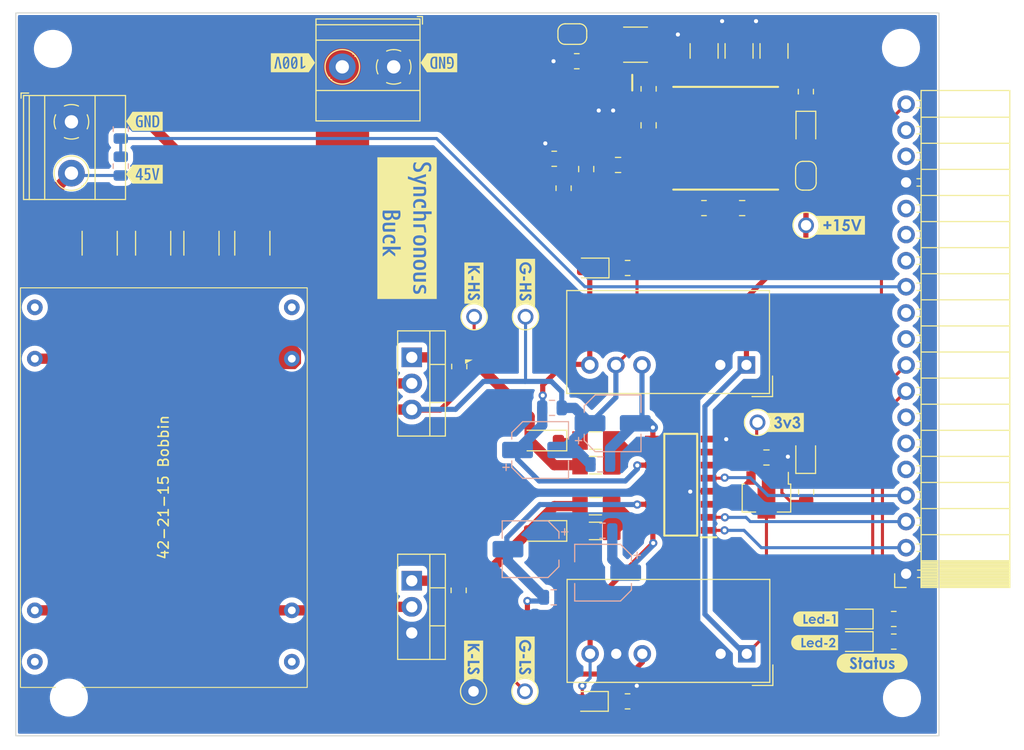
<source format=kicad_pcb>
(kicad_pcb (version 20240108) (generator "pcbnew") (generator_version "8.0")
  (layers (0 "F.Cu" signal) (31 "B.Cu" signal) (34 "B.Paste" user) (35 "F.Paste" user) (36 "B.SilkS" user "B.Silkscreen") (37 "F.SilkS" user "F.Silkscreen") (38 "B.Mask" user) (39 "F.Mask" user) (44 "Edge.Cuts" user))
  (net 0 "")
  (net 1 "Net-(J2-Pin_2)")
  (net 2 "iso2-0V")
  (net 3 "Net-(IC2-BST)")
  (net 4 "+3.3V")
  (net 5 "iso2+15V")
  (net 6 "iso2-5V")
  (net 7 "iso1-5V")
  (net 8 "iso1-0V")
  (net 9 "iso1+15V")
  (net 10 "Net-(D1-K)")
  (net 11 "Gate1")
  (net 12 "Net-(D2-K)")
  (net 13 "Gate2")
  (net 14 "Net-(D3-K)")
  (net 15 "Net-(D4-K)")
  (net 16 "Net-(D5-K)")
  (net 17 "PWM1")
  (net 18 "PWM2")
  (net 19 "Disable")
  (net 22 "Net-(IC1-OUTB)")
  (net 25 "Net-(IC1-OUTA)")
  (net 26 "Net-(C10-Pad1)")
  (net 27 "Net-(IC2-FB)")
  (net 28 "Net-(IC2-RT)")
  (net 30 "100V")
  (net 31 "Vout-sense")
  (net 34 "Net-(D6-K)")
  (net 35 "Status-LED-1")
  (net 42 "/auxiliary circuit/Vsw")
  (net 45 "Net-(Csnub1-Pad2)")
  (net 46 "Net-(D7-K)")
  (net 47 "Status-LED-2")
  (net 48 "+15V")
  (net 49 "Net-(D8-K)")
  (net 50 "Net-(IC2-EN{slash}UVLO)")
  (net 51 "Net-(JP2-B)")
  (footprint "LED_SMD:LED_0805_2012Metric" (layer "F.Cu") (at 196.6 126.4 180)
    (property "Reference" "D6" (hide yes))
    (property "Value" "LED")
  )
  (footprint "Capacitor_SMD:C_0805_2012Metric" (layer "F.Cu") (at 173.48 82.2 180)
    (property "Reference" "Cbst1" (hide yes))
    (property "Value" "2.2nF")
  )
  (footprint "Resistor_SMD:R_MiniMELF_MMA-0204" (layer "F.Cu") (at 171.2775 111.4275 180)
    (property "Reference" "R5" (hide yes))
    (property "Value" "15")
  )
  (footprint "Package_TO_SOT_THT:TO-220-3_Vertical" (layer "F.Cu") (at 153.40806 100.93 -90)
    (property "Reference" "Q1" (hide yes))
    (property "Value" "IPP50R280CE")
  )
  (footprint "Resistor_SMD:R_MiniMELF_MMA-0204" (layer "F.Cu") (at 171.2775 109.0275 180)
    (property "Reference" "R2" (hide yes))
    (property "Value" "5.1")
  )
  (footprint "5001 tp:KEYSTONE_5001" (layer "F.Cu") (at 159.47806 96.98 90)
    (property "Reference" "TP1" (hide yes))
    (property "Value" "Gate-HS")
  )
  (footprint "Resistor_SMD:R_0805_2012Metric" (layer "F.Cu") (at 158.03 101.82 -90)
    (property "Reference" "R3" (hide yes))
    (property "Value" "100k")
  )
  (footprint "TerminalBlock_Phoenix:TerminalBlock_Phoenix_MKDS-1,5-2_1x02_P5.00mm_Horizontal" (layer "F.Cu") (at 120.3 78 -90)
    (property "Reference" "J2" (hide yes))
    (property "Value" "output")
  )
  (footprint "kibuzzard-65CA6899" (layer "F.Cu") (at 198.2 130.7)
    (property "Reference" "kibuzzard-65CA6899" (hide yes))
    (property "Value" "G***" (hide yes))
  )
  (footprint "kibuzzard-65F43C21" (layer "F.Cu") (at 152.95 88.35 -90)
    (property "Reference" "kibuzzard-65F43C21" (hide yes))
    (property "Value" "G***" (hide yes))
  )
  (footprint "SRR1050HA-271Y-inductor:INDPM102100X510N" (layer "F.Cu") (at 183.95 79.6)
    (property "Reference" "L2" (hide yes))
    (property "Value" "270uH" (hide yes))
  )
  (footprint "Capacitor_SMD:C_0805_2012Metric" (layer "F.Cu") (at 185.55 86.4 180)
    (property "Reference" "C9" (hide yes))
    (property "Value" "3.3nF")
  )
  (footprint "Capacitor_SMD:C_1812_4532Metric" (layer "F.Cu") (at 137.9 89.8175 90)
    (property "Reference" "C4" (hide yes))
    (property "Value" "0.68uF/100V")
  )
  (footprint "Capacitor_SMD:C_1210_3225Metric" (layer "F.Cu") (at 181.85 71.1 90)
    (property "Reference" "Cout1" (hide yes))
    (property "Value" "33uF")
  )
  (footprint "custom parts:42-21-15 bobbin" (layer "F.Cu") (at 143.24 133.06 90)
    (property "Reference" "L1" (hide yes))
    (property "Value" "1.17mH")
  )
  (footprint "Capacitor_SMD:C_0805_2012Metric" (layer "F.Cu") (at 176.45 78.34 90)
    (property "Reference" "Csnub1" (hide yes))
    (property "Value" "2.2nF")
  )
  (footprint "kibuzzard-65F4406D" (layer "F.Cu") (at 146.55 116.5 -90)
    (property "Reference" "kibuzzard-65F4406D" (hide yes))
    (property "Value" "G***" (hide yes))
  )
  (footprint "Capacitor_SMD:C_1812_4532Metric" (layer "F.Cu") (at 128.25 89.8175 90)
    (property "Reference" "C2" (hide yes))
    (property "Value" "0.68uF/100V")
  )
  (footprint "LED_SMD:LED_0805_2012Metric" (layer "F.Cu") (at 170.91 92.23 180)
    (property "Reference" "D4" (hide yes))
    (property "Value" "LED")
  )
  (footprint "LED_SMD:LED_0805_2012Metric" (layer "F.Cu") (at 191.75 78.6625 -90)
    (property "Reference" "D8" (hide yes))
    (property "Value" "LED")
  )
  (footprint "MountingHole:MountingHole_3.2mm_M3" (layer "F.Cu") (at 201.1 134.1)
    (property "Reference" "H2" (hide yes))
    (property "Value" "MountingHole")
  )
  (footprint "MountingHole:MountingHole_3.2mm_M3" (layer "F.Cu") (at 118.5 70.9)
    (property "Reference" "H3" (hide yes))
    (property "Value" "MountingHole")
  )
  (footprint "Capacitor_SMD:C_1812_4532Metric" (layer "F.Cu") (at 175.18 70.49)
    (property "Reference" "Cin1" (hide yes))
    (property "Value" "1uF")
  )
  (footprint "5001 tp:KEYSTONE_5001" (layer "F.Cu") (at 187.044677 107.263519)
    (property "Reference" "TP7" (hide yes))
    (property "Value" "3v3")
  )
  (footprint "LM5169PQDDARQ1:SOIC127P600X170-9N" (layer "F.Cu") (at 172.28 76.9 -90)
    (property "Reference" "IC2" (hide yes))
    (property "Value" "LM5169PQDDARQ1" (hide yes))
  )
  (footprint "Resistor_SMD:R_0805_2012Metric" (layer "F.Cu") (at 200.3 128.6 180)
    (property "Reference" "R14" (hide yes))
    (property "Value" "68")
  )
  (footprint "kibuzzard-65CA6838" (layer "F.Cu") (at 164.47806 93.54 -90)
    (property "Reference" "kibuzzard-65CA6838" (hide yes))
    (property "Value" "G***" (hide yes))
  )
  (footprint "Resistor_SMD:R_0805_2012Metric" (layer "F.Cu") (at 191.75 75.0625 -90)
    (property "Reference" "R15" (hide yes))
    (property "Value" "650")
  )
  (footprint "Capacitor_SMD:C_1812_4532Metric" (layer "F.Cu") (at 132.95 89.8175 90)
    (property "Reference" "C3" (hide yes))
    (property "Value" "0.68uF/100V")
  )
  (footprint "Resistor_SMD:R_0805_2012Metric" (layer "F.Cu") (at 174.4025 134.42 180)
    (property "Reference" "R11" (hide yes))
    (property "Value" "1.5k")
  )
  (footprint "Connector_PinSocket_2.54mm:PinSocket_1x19_P2.54mm_Horizontal" (layer "F.Cu") (at 201.5 122 180)
    (property "Reference" "J4" (hide yes))
    (property "Value" "RP2040 connector")
  )
  (footprint "Package_TO_SOT_SMD:SOT-89-3" (layer "F.Cu") (at 187.915 114.6275 -90)
    (property "Reference" "U4" (hide yes))
    (property "Value" "3.3V reg")
  )
  (footprint "kibuzzard-65CA6750" (layer "F.Cu") (at 159.423925 130.31 -90)
    (property "Reference" "kibuzzard-65CA6750" (hide yes))
    (property "Value" "G***" (hide yes))
  )
  (footprint "Resistor_SMD:R_0805_2012Metric" (layer "F.Cu") (at 176.45 74.79 90)
    (property "Reference" "Rsnub1" (hide yes))
    (property "Value" "1")
  )
  (footprint "kibuzzard-65F43C74" (layer "F.Cu") (at 156.05 72.25 180)
    (property "Reference" "kibuzzard-65F43C74" (hide yes))
    (property "Value" "G***" (hide yes))
  )
  (footprint "Resistor_SMD:R_0805_2012Metric" (layer "F.Cu") (at 191.7775 114.04 90)
    (property "Reference" "R9" (hide yes))
    (property "Value" "110")
  )
  (footprint "MountingHole:MountingHole_3.2mm_M3" (layer "F.Cu") (at 201 70.8)
    (property "Reference" "H4" (hide yes))
    (property "Value" "MountingHole")
  )
  (footprint "LED_SMD:LED_0805_2012Metric" (layer "F.Cu") (at 196.6 128.6 180)
    (property "Reference" "D7" (hide yes))
    (property "Value" "LED")
  )
  (footprint "Resistor_SMD:R_0805_2012Metric" (layer "F.Cu") (at 157.97 123.61 -90)
    (property "Reference" "R4" (hide yes))
    (property "Value" "100k")
  )
  (footprint "kibuzzard-65CA68FA" (layer "F.Cu") (at 192.7 126.4)
    (property "Reference" "kibuzzard-65CA68FA" (hide yes))
    (property "Value" "G***" (hide yes))
  )
  (footprint "LED_SMD:LED_0805_2012Metric" (layer "F.Cu") (at 170.84 134.42 180)
    (property "Reference" "D5" (hide yes))
    (property "Value" "LED")
  )
  (footprint "kibuzzard-65F44031" (layer "F.Cu") (at 146.55 88.35 -90)
    (property "Reference" "kibuzzard-65F44031" (hide yes))
    (property "Value" "G***" (hide yes))
  )
  (footprint "Resistor_SMD:R_0805_2012Metric" (layer "F.Cu") (at 181.8375 86.4)
    (property "Reference" "R13" (hide yes))
    (property "Value" "383k")
  )
  (footprint "Jumper:SolderJumper-2_P1.3mm_Open_RoundedPad1.0x1.5mm" (layer "F.Cu") (at 191.75 83.25 -90)
    (property "Reference" "JP2" (hide yes))
    (property "Value" "jumper")
  )
  (footprint "LED_SMD:LED_0805_2012Metric" (layer "F.Cu") (at 191.7325 110.5425 90)
    (property "Reference" "D3" (hide yes))
    (property "Value" "LED")
  )
  (footprint "kibuzzard-65CA6608" (layer "F.Cu") (at 195.31 88.07469)
    (property "Reference" "kibuzzard-65CA6608" (hide yes))
    (property "Value" "G***" (hide yes))
  )
  (footprint "kibuzzard-65CA6927" (layer "F.Cu") (at 192.6 128.7)
    (property "Reference" "kibuzzard-65CA6927" (hide yes))
    (property "Value" "G***" (hide yes))
  )
  (footprint "kibuzzard-65F43CF3" (layer "F.Cu") (at 127.4 77.95)
    (property "Reference" "kibuzzard-65F43CF3" (hide yes))
    (property "Value" "G***" (hide yes))
  )
  (footprint "Resistor_SMD:R_0805_2012Metric" (layer "F.Cu") (at 200.3 126.4 180)
    (property "Reference" "R12" (hide yes))
    (property "Value" "68")
  )
  (footprint "Capacitor_SMD:C_1210_3225Metric" (layer "F.Cu") (at 185.25 71.1 90)
    (property "Reference" "Cout3" (hide yes))
    (property "Value" "33uF")
  )
  (footprint "Converter_DCDC:Converter_DCDC_Murata_MGJ2DxxxxxxSC_THT" (layer "F.Cu") (at 185.9675 101.6675 180)
    (property "Reference" "U1" (hide yes))
    (property "Value" "MGJ2D151505SC")
  )
  (footprint "Resistor_SMD:R_0805_2012Metric" (layer "F.Cu") (at 174.41 92.23 180)
    (property "Reference" "R10" (hide yes))
    (property "Value" "1.5k")
  )
  (footprint "Resistor_SMD:R_MiniMELF_MMA-0204" (layer "F.Cu") (at 171.2775 117.8275 180)
    (property "Reference" "R6" (hide yes))
    (property "Value" "5.1")
  )
  (footprint "Diode_SMD:D_SOD-123F" (layer "F.Cu") (at 166.2775 109.0275 180)
    (property "Reference" "D2" (hide yes))
    (property "Value" "RBR3MM30ATR")
  )
  (footprint "2EDF7275FXUMA2:SOIC127P600X175-16N" (layer "F.Cu") (at 179.5775 113.3275 180)
    (property "Reference" "IC1" (hide yes))
    (property "Value" "2EDF7275FXUMA2" (hide yes))
  )
  (footprint "Capacitor_SMD:C_0805_2012Metric" (layer "F.Cu") (at 170.38 82.6 90)
    (property "Reference" "C10" (hide yes))
    (property "Value" "56pF")
  )
  (footprint "5001 tp:KEYSTONE_5001" (layer "F.Cu") (at 164.42 133.44)
    (property "Reference" "TP2" (hide yes))
    (property "Value" "Gate-LS")
  )
  (footprint "Capacitor_SMD:C_0805_2012Metric" (layer "F.Cu") (at 187.915 110.6775)
    (property "Reference" "C11" (hide yes))
    (property "Value" "0.1uF")
  )
  (footprint "Capacitor_SMD:C_1210_3225Metric" (layer "F.Cu") (at 188.65 71.1 90)
    (property "Reference" "Cout2" (hide yes))
    (property "Value" "33uF")
  )
  (footprint "Resistor_SMD:R_0805_2012Metric" (layer "F.Cu") (at 169.4625 72.1 180)
    (property "Reference" "RT1" (hide yes))
    (property "Value" "75k")
  )
  (footprint "Resistor_SMD:R_0805_2012Metric" (layer "F.Cu") (at 167.2675 81.6 180)
    (property "Reference" "Rf2" (hide yes))
    (property "Value" "39.2k")
  )
  (footprint "MountingHole:MountingHole_3.2mm_M3" (layer "F.Cu") (at 120.05 134.05)
    (property "Reference" "H1" (hide yes))
    (property "Value" "MountingHole")
  )
  (footprint "5001 tp:KEYSTONE_5001" (layer "F.Cu") (at 159.42 133.44)
    (property "Reference" "TP4" (hide yes))
    (property "Value" "Source-LS")
  )
  (footprint "Diode_SMD:D_SOD-123F" (layer "F.Cu") (at 166.2775 117.8275 180)
    (property "Reference" "D1" (hide yes))
    (property "Value" "RBR3MM30ATR")
  )
  (footprint "Package_TO_SOT_THT:TO-220-3_Vertical" (layer "F.Cu") (at 153.40806 122.675 -90)
    (property "Reference" "Q2" (hide yes))
    (property "Value" "IPP50R280CE")
  )
  (footprint "Capacitor_SMD:C_1812_4532Metric" (layer "F.Cu") (at 123.05 89.8175 90)
    (property "Reference" "C1" (hide yes))
    (property "Value" "0.68uF/100V")
  )
  (footprint "Converter_DCDC:Converter_DCDC_Murata_MGJ2DxxxxxxSC_THT" (layer "F.Cu") (at 186 129.79 180)
    (property "Reference" "U2" (hide yes))
    (property "Value" "MGJ2D151505SC")
  )
  (footprint "kibuzzard-65F43C4A" (layer "F.Cu") (at 141.85 72.25 180)
    (property "Reference" "kibuzzard-65F43C4A" (hide yes))
    (property "Value" "G***" (hide yes))
  )
  (footprint "kibuzzard-65F43CE0" (layer "F.Cu") (at 127.4 83.1)
    (property "Reference" "kibuzzard-65F43CE0" (hide yes))
    (property "Value" "G***" (hide yes))
  )
  (footprint "kibuzzard-65CA6847" (layer "F.Cu") (at 159.45806 93.7 -90)
    (property "Reference" "kibuzzard-65CA6847" (hide yes))
    (property "Value" "G***" (hide yes))
  )
  (footprint "Resistor_SMD:R_0805_2012Metric" (layer "F.Cu") (at 168.18 84.4625 90)
    (property "Reference" "Rf1" (hide yes))
    (property "Value" "453k")
  )
  (footprint "TerminalBlock_Phoenix:TerminalBlock_Phoenix_MKDS-1,5-2_1x02_P5.00mm_Horizontal" (layer "F.Cu") (at 151.65 72.65 180)
    (property "Reference" "J1" (hide yes))
    (property "Value" "Conn_01x02_Socket")
  )
  (footprint "Jumper:SolderJumper-2_P1.3mm_Open_RoundedPad1.0x1.5mm" (layer "F.Cu") (at 169.03 69.46)
    (property "Reference" "JP1" (hide yes))
    (property "Value" "jumper")
  )
  (footprint "5001 tp:KEYSTONE_5001" (layer "F.Cu") (at 191.77 88.07469)
    (property "Reference" "TP6" (hide yes))
    (property "Value" "15V-aux")
  )
  (footprint "Resistor_SMD:R_MiniMELF_MMA-0204" (layer "F.Cu") (at 171.2775 115.4125 180)
    (property "Reference" "R1" (hide yes))
    (property "Value" "15")
  )
  (footprint "5001 tp:KEYSTONE_5001" (layer "F.Cu") (at 164.47806 96.98 90)
    (property "Reference" "TP3" (hide yes))
    (property "Value" "Source-HS")
  )
  (footprint "kibuzzard-65CA6684" (layer "F.Cu") (at 189.9375 107.2675)
    (property "Reference" "kibuzzard-65CA6684" (hide yes))
    (property "Value" "G***" (hide yes))
  )
  (footprint "kibuzzard-65CA6739" (layer "F.Cu") (at 164.44 130.12 -90)
    (property "Reference" "kibuzzard-65CA6739" (hide yes))
    (property "Value" "G***" (hide yes))
  )
  (footprint "Resistor_SMD:R_0805_2012Metric" (layer "B.Cu") (at 125.1 82.3125 90)
    (property "Reference" "R7" (hide yes))
    (property "Value" "20k/1%")
  )
  (footprint "Capacitor_SMD:CP_Elec_5x5.3" (layer "B.Cu") (at 165.8975 109.95)
    (property "Reference" "C18" (hide yes))
    (property "Value" "10uF/35V")
  )
  (footprint "Capacitor_SMD:C_0805_2012Metric" (layer "B.Cu") (at 167.22 124.29)
    (property "Reference" "C15" (hide yes))
    (property "Value" "1uF")
  )
  (footprint "Capacitor_SMD:CP_Elec_5x5.3" (layer "B.Cu") (at 164.9675 119.605 180)
    (property "Reference" "C13" (hide yes))
    (property "Value" "10uF/35V")
  )
  (footprint "Resistor_SMD:R_0805_2012Metric" (layer "B.Cu") (at 125.1 78.7125 90)
    (property "Reference" "R8" (hide yes))
    (property "Value" "20k/1%")
  )
  (footprint "Capacitor_SMD:CP_Elec_5x5.3" (layer "B.Cu") (at 172.02 121.89 180)
    (property "Reference" "C12" (hide yes))
    (property "Value" "10uF/35V")
  )
  (footprint "Capacitor_SMD:C_0805_2012Metric" (layer "B.Cu") (at 171.9675 117.805)
    (property "Reference" "C14" (hide yes))
    (property "Value" "1uF")
  )
  (footprint "Capacitor_SMD:C_0805_2012Metric" (layer "B.Cu") (at 167.05 105.85 180)
    (property "Reference" "C17" (hide yes))
    (property "Value" "1uF")
  )
  (footprint "Capacitor_SMD:CP_Elec_5x5.3" (layer "B.Cu") (at 172.95 107.35)
    (property "Reference" "C19" (hide yes))
    (property "Value" "10uF/35V")
  )
  (footprint "Capacitor_SMD:C_0805_2012Metric" (layer "B.Cu") (at 171.75 111.35 180)
    (property "Reference" "C16" (hide yes))
    (property "Value" "1uF")
  )
  (gr_poly (pts (xy 163.543165 95.68) (xy 163.543165 96.13) (xy 164.303165 95.71)) (stroke (width 0.001)) (fill solid) (layer "F.SilkS"))
  (gr_poly (pts (xy 158.59 101.12) (xy 158.59 101.57) (xy 159.35 101.15)) (stroke (width 0.001)) (fill solid) (layer "F.SilkS"))
  (gr_poly (pts (xy 188.3675 106.33847) (xy 187.9175 106.33847) (xy 188.3375 107.09847)) (stroke (width 0.001)) (fill solid) (layer "F.SilkS"))
  (gr_poly (pts (xy 163.51 132.1) (xy 163.51 132.55) (xy 164.27 132.13)) (stroke (width 0.001)) (fill solid) (layer "F.SilkS"))
  (gr_poly (pts (xy 158.494895 132.08) (xy 158.494895 132.53) (xy 159.254895 132.11)) (stroke (width 0.001)) (fill solid) (layer "F.SilkS"))
  (gr_poly (pts (xy 165.401225 95.67) (xy 165.401225 96.12) (xy 164.641225 95.7)) (stroke (width 0.001)) (fill solid) (layer "F.SilkS"))
  (gr_poly (pts (xy 193.19 87.16) (xy 192.64 87.16) (xy 192.97 87.64) (xy 193.01 88.06) (xy 193.28 88.08)) (stroke (width 0.001)) (fill solid) (layer "F.SilkS"))
  (gr_poly (pts (xy 188.3775 108.19653) (xy 187.9275 108.19653) (xy 188.3475 107.43653)) (stroke (width 0.001)) (fill solid) (layer "F.SilkS"))
  (gr_poly (pts (xy 193.14 88.98938) (xy 192.68 88.98938) (xy 193.07 88.16938) (xy 193.07 88.02938) (xy 193.22 88.03938)) (stroke (width 0.001)) (fill solid) (layer "F.SilkS"))
  (gr_poly (pts (xy 165.36806 132.09) (xy 165.36806 132.54) (xy 164.60806 132.12)) (stroke (width 0.001)) (fill solid) (layer "F.SilkS"))
  (gr_poly (pts (xy 160.352955 132.07) (xy 160.352955 132.52) (xy 159.592955 132.1)) (stroke (width 0.001)) (fill solid) (layer "F.SilkS"))
  (gr_poly (pts (xy 160.38612 95.65) (xy 160.38612 96.1) (xy 159.62612 95.68)) (stroke (width 0.001)) (fill solid) (layer "F.SilkS"))
  (gr_rect (start 114.89 67.4) (end 204.7 137.77) (stroke (width 0.1)) (fill none) (layer "Edge.Cuts"))
  (segment (start 119.1 90.8) (end 120.1675 91.8675) (width 1) (layer "F.Cu") (net 1))
  (segment (start 120.3 83) (end 119.1 84.2) (width 1) (layer "F.Cu") (net 1))
  (segment (start 119.1 84.2) (end 119.1 90.8) (width 1) (layer "F.Cu") (net 1))
  (segment (start 116.74 101.06) (end 141.74 101.06) (width 1) (layer "F.Cu") (net 1))
  (segment (start 120.1675 91.8675) (end 123.05 91.8675) (width 1) (layer "F.Cu") (net 1))
  (segment (start 120.525 83.225) (end 120.3 83) (width 0.3) (layer "B.Cu") (net 1))
  (segment (start 125.1 83.225) (end 120.525 83.225) (width 0.3) (layer "B.Cu") (net 1))
  (segment (start 155.515 127.755) (end 157.97 125.3) (width 0.5) (layer "F.Cu") (net 2))
  (segment (start 157.97 125.3) (end 157.97 124.5225) (width 0.5) (layer "F.Cu") (net 2))
  (segment (start 186.9 69) (end 186.9 68.2) (width 0.3) (layer "F.Cu") (net 2))
  (segment (start 166.355 80.145) (end 166.4 80.1) (width 0.3) (layer "F.Cu") (net 2))
  (segment (start 157.97 131.99) (end 157.97 124.5225) (width 0.3) (layer "F.Cu") (net 2))
  (segment (start 189.4 111.2125) (end 189.4 112.6625) (width 0.3) (layer "F.Cu") (net 2))
  (segment (start 188.865 110.6775) (end 189.9225 110.6775) (width 0.3) (layer "F.Cu") (net 2))
  (segment (start 182.2895 108.8825) (end 183.9825 108.8825) (width 0.3) (layer "F.Cu") (net 2))
  (segment (start 153.40806 127.755) (end 155.515 127.755) (width 0.5) (layer "F.Cu") (net 2))
  (segment (start 191.75 71.07) (end 191.75 74.15) (width 0.3) (layer "F.Cu") (net 2))
  (segment (start 188.65 69.625) (end 190.305 69.625) (width 0.3) (layer "F.Cu") (net 2))
  (segment (start 201.2125 126.4) (end 201.5 126.1125) (width 0.3) (layer "F.Cu") (net 2))
  (segment (start 175.3 132.9) (end 175.3 134.405) (width 0.3) (layer "F.Cu") (net 2))
  (segment (start 189.415 114.115) (end 189.415 112.6775) (width 0.3) (layer "F.Cu") (net 2))
  (segment (start 180.5375 113.9625) (end 180.5 114) (width 0.3) (layer "F.Cu") (net 2))
  (segment (start 175.3 134.405) (end 175.315 134.42) (width 0.5) (layer "F.Cu") (net 2))
  (segment (start 201.2125 126.4) (end 201.2125 128.6) (width 0.3) (layer "F.Cu") (net 2))
  (segment (start 189.9225 110.6775) (end 190 110.6) (width 0.3) (layer "F.Cu") (net 2))
  (segment (start 182.2895 113.9625) (end 180.5375 113.9625) (width 0.3) (layer "F.Cu") (net 2))
  (segment (start 183.9825 108.8825) (end 184 108.9) (width 0.3) (layer "F.Cu") (net 2))
  (segment (start 183.6 68.9) (end 183.6 68.2) (width 0.3) (layer "F.Cu") (net 2))
  (segment (start 188.865 110.6775) (end 189.4 111.2125) (width 0.3) (layer "F.Cu") (net 2))
  (segment (start 190.2525 114.9525) (end 189.415 114.115) (width 0.3) (layer "F.Cu") (net 2))
  (segment (start 166.355 81.6) (end 166.355 80.145) (width 0.3) (layer "F.Cu") (net 2))
  (segment (start 127.7 78) (end 130.5 80.8) (width 1) (layer "F.Cu") (net 2))
  (segment (start 159.42 133.44) (end 157.97 131.99) (width 0.3) (layer "F.Cu") (net 2))
  (segment (start 168.55 72.1) (end 167.2 72.1) (width 0.3) (layer "F.Cu") (net 2))
  (segment (start 130.5 80.8) (end 130.5 84.2) (width 1) (layer "F.Cu") (net 2))
  (segment (start 120.3 78) (end 127.7 78) (width 1) (layer "F.Cu") (net 2))
  (segment (start 201.5 126.1125) (end 201.5 122) (width 0.3) (layer "F.Cu") (net 2))
  (segment (start 190.305 69.625) (end 191.75 71.07) (width 0.3) (layer "F.Cu") (net 2))
  (segment (start 189.4 112.6625) (end 189.415 112.6775) (width 0.3) (layer "F.Cu") (net 2))
  (segment (start 191.7775 114.9525) (end 190.2525 114.9525) (width 0.3) (layer "F.Cu") (net 2))
  (via (at 167.2 72.1) (size 0.8) (drill 0.4) (layers "F.Cu" "B.Cu") (net 2))
  (via (at 175.3 132.9) (size 0.8) (drill 0.4) (layers "F.Cu" "B.Cu") (net 2))
  (via (at 171.6 76.9) (size 0.8) (drill 0.4) (layers "F.Cu" "B.Cu") (net 2))
  (via (at 184 108.9) (size 0.8) (drill 0.4) (layers "F.Cu" "B.Cu") (net 2))
  (via (at 173 76.9) (size 0.8) (drill 0.4) (layers "F.Cu" "B.Cu") (net 2))
  (via (at 190 110.6) (size 0.8) (drill 0.4) (layers "F.Cu" "B.Cu") (net 2))
  (via (at 183.6 68.2) (size 0.8) (drill 0.4) (layers "F.Cu" "B.Cu") (net 2))
  (via (at 186.9 68.2) (size 0.8) (drill 0.4) (layers "F.Cu" "B.Cu") (net 2))
  (via (at 179.3 69.5) (size 0.8) (drill 0.4) (layers "F.Cu" "B.Cu") (net 2))
  (via (at 180.5 114) (size 0.8) (drill 0.4) (layers "F.Cu" "B.Cu") (net 2))
  (via (at 166.4 80.1) (size 0.8) (drill 0.4) (layers "F.Cu" "B.Cu") (net 2))
  (segment (start 183.4275 101.6675) (end 181.23 103.865) (width 0.5) (layer "B.Cu") (net 2))
  (segment (start 173.3 130.9) (end 175.3 132.9) (width 0.3) (layer "B.Cu") (net 2))
  (segment (start 168.17 125.3) (end 168.17 124.29) (width 0.5) (layer "B.Cu") (net 2))
  (segment (start 169.82 121.89) (end 169.4525 121.89) (width 1) (layer "B.Cu") (net 2))
  (segment (start 173.3 129.79) (end 173.3 130.9) (width 0.3) (layer "B.Cu") (net 2))
  (segment (start 181.23 127.56) (end 183.46 129.79) (width 0.5) (layer "B.Cu") (net 2))
  (segment (start 171.0175 117.805) (end 168.9675 117.805) (width 1) (layer "B.Cu") (net 2))
  (segment (start 153.40806 127.755) (end 165.715 127.755) (width 0.5) (layer "B.Cu") (net 2))
  (segment (start 168.9675 117.805) (end 167.1675 119.605) (width 1) (layer "B.Cu") (net 2))
  (segment (start 165.715 127.755) (end 168.17 125.3) (width 0.5) (layer "B.Cu") (net 2))
  (segment (start 169.4525 121.89) (end 167.1675 119.605) (width 1) (layer "B.Cu") (net 2))
  (segment (start 173.3 129.79) (end 173.3 125.37) (width 0.5) (layer "B.Cu") (net 2))
  (segment (start 168.17 123.54) (end 169.82 121.89) (width 1) (layer "B.Cu") (net 2))
  (segment (start 168.17 124.29) (end 168.17 123.54) (width 1) (layer "B.Cu") (net 2))
  (segment (start 173.3 125.37) (end 169.82 121.89) (width 0.5) (layer "B.Cu") (net 2))
  (segment (start 181.23 103.865) (end 181.23 127.56) (width 0.5) (layer "B.Cu") (net 2))
  (segment (start 172.915 81.815) (end 172.53 82.2) (width 0.3) (layer "F.Cu") (net 3))
  (segment (start 172.915 79.612) (end 172.915 81.815) (width 0.3) (layer "F.Cu") (net 3))
  (segment (start 186.965 110.6775) (end 186.965 109.75875) (width 0.5) (layer "F.Cu") (net 4))
  (segment (start 191.7325 109.605) (end 191.7325 108.6675) (width 0.3) (layer "F.Cu") (net 4))
  (segment (start 183.86 115.2325) (end 186.415 112.6775) (width 0.3) (layer "F.Cu") (net 4))
  (segment (start 186.415 111.2275) (end 186.965 110.6775) (width 0.3) (layer "F.Cu") (net 4))
  (segment (start 191.7325 108.6675) (end 199.1 101.3) (width 0.3) (layer "F.Cu") (net 4))
  (segment (start 191.705 109.0275) (end 191.7325 109) (width 0.5) (layer "F.Cu") (net 4))
  (segment (start 182.2895 115.2325) (end 183.86 115.2325) (width 0.3) (layer "F.Cu") (net 4))
  (segment (start 186.965 109.75875) (end 187.69625 109.0275) (width 0.5) (layer "F.Cu") (net 4))
  (segment (start 186.415 112.6775) (end 186.415 111.2275) (width 0.3) (layer "F.Cu") (net 4))
  (segment (start 199.1 78.68) (end 201.5 76.28) (width 0.3) (layer "F.Cu") (net 4))
  (segment (start 199.1 101.3) (end 199.1 78.68) (width 0.3) (layer "F.Cu") (net 4))
  (segment (start 187.69625 109.0275) (end 191.705 109.0275) (width 0.5) (layer "F.Cu") (net 4))
  (segment (start 191.7325 109) (end 191.7325 109.605) (width 0.5) (layer "F.Cu") (net 4))
  (segment (start 186.965 107.343196) (end 186.965 110.6775) (width 0.3) (layer "F.Cu") (net 4))
  (segment (start 187.044677 107.263519) (end 186.965 107.343196) (width 0.3) (layer "F.Cu") (net 4))
  (segment (start 176.8655 118.9755) (end 176.9 119.01) (width 0.5) (layer "F.Cu") (net 5))
  (segment (start 170.76 125.15) (end 176.9 119.01) (width 0.5) (layer "F.Cu") (net 5))
  (segment (start 176.8655 117.7725) (end 176.8655 118.9755) (width 0.5) (layer "F.Cu") (net 5))
  (segment (start 170.76 129.79) (end 170.76 125.15) (width 0.5) (layer "F.Cu") (net 5))
  (segment (start 170 132.9) (end 170 134.3225) (width 0.3) (layer "F.Cu") (net 5))
  (segment (start 170 134.3225) (end 169.9025 134.42) (width 0.5) (layer "F.Cu") (net 5))
  (via (at 170 132.9) (size 0.8) (drill 0.4) (layers "F.Cu" "B.Cu") (net 5))
  (via (at 176.9 119.01) (size 0.8) (drill 0.4) (layers "F.Cu" "B.Cu") (net 5))
  (segment (start 176.9 119.01) (end 176.9 119.21) (width 0.5) (layer "B.Cu") (net 5))
  (segment (start 172.9175 120.5875) (end 174.22 121.89) (width 1) (layer "B.Cu") (net 5))
  (segment (start 176.9 119.21) (end 174.22 121.89) (width 0.5) (layer "B.Cu") (net 5))
  (segment (start 170.76 129.79) (end 170.76 132.14) (width 0.3) (layer "B.Cu") (net 5))
  (segment (start 172.9175 117.805) (end 172.9175 120.5875) (width 1) (layer "B.Cu") (net 5))
  (segment (start 170.76 132.14) (end 170 132.9) (width 0.3) (layer "B.Cu") (net 5))
  (segment (start 174.69 131.76) (end 169.46 131.76) (width 0.5) (layer "F.Cu") (net 6))
  (segment (start 175.3675 115.2325) (end 175.34 115.26) (width 0.5) (layer "F.Cu") (net 6))
  (segment (start 164.66 126.96) (end 164.66 124.65) (width 0.5) (layer "F.Cu") (net 6))
  (segment (start 169.46 131.76) (end 164.66 126.96) (width 0.5) (layer "F.Cu") (net 6))
  (segment (start 176.8655 115.2325) (end 175.3675 115.2325) (width 0.5) (layer "F.Cu") (net 6))
  (segment (start 175.84 130.61) (end 174.69 131.76) (width 0.5) (layer "F.Cu") (net 6))
  (segment (start 175.84 129.79) (end 175.84 130.61) (width 0.5) (layer "F.Cu") (net 6))
  (via (at 164.66 124.65) (size 0.8) (drill 0.4) (layers "F.Cu" "B.Cu") (net 6))
  (via (at 175.34 115.26) (size 0.8) (drill 0.4) (layers "F.Cu" "B.Cu") (net 6))
  (segment (start 165.91 124.65) (end 166.27 124.29) (width 0.5) (layer "B.Cu") (net 6))
  (segment (start 175.34 115.26) (end 165.87 115.26) (width 0.5) (layer "B.Cu") (net 6))
  (segment (start 162.66 118.47) (end 162.66 119.4975) (width 0.5) (layer "B.Cu") (net 6))
  (segment (start 162.7675 120.7875) (end 166.27 124.29) (width 1) (layer "B.Cu") (net 6))
  (segment (start 162.7675 119.605) (end 162.7675 120.7875) (width 1) (layer "B.Cu") (net 6))
  (segment (start 162.66 119.4975) (end 162.7675 119.605) (width 0.5) (layer "B.Cu") (net 6))
  (segment (start 164.66 124.65) (end 165.91 124.65) (width 0.5) (layer "B.Cu") (net 6))
  (segment (start 165.87 115.26) (end 162.66 118.47) (width 0.5) (layer "B.Cu") (net 6))
  (segment (start 176.8655 107.7645) (end 176.8655 108.8825) (width 0.5) (layer "F.Cu") (net 7))
  (segment (start 176.87 107.76) (end 176.8655 107.7645) (width 0.5) (layer "F.Cu") (net 7))
  (via (at 176.87 107.76) (size 0.8) (drill 0.4) (layers "F.Cu" "B.Cu") (net 7))
  (segment (start 172.7 111.35) (end 172.7 109.8) (width 1) (layer "B.Cu") (net 7))
  (segment (start 175.8075 101.6675) (end 175.8075 106.6925) (width 0.5) (layer "B.Cu") (net 7))
  (segment (start 176.46 107.35) (end 176.87 107.76) (width 1) (layer "B.Cu") (net 7))
  (segment (start 175.8075 106.6925) (end 175.15 107.35) (width 0.5) (layer "B.Cu") (net 7))
  (segment (start 172.7 109.8) (end 175.15 107.35) (width 1) (layer "B.Cu") (net 7))
  (segment (start 175.15 107.35) (end 176.46 107.35) (width 1) (layer "B.Cu") (net 7))
  (segment (start 153.40806 106.01) (end 151.31 106.01) (width 1) (layer "F.Cu") (net 8))
  (segment (start 151.31 106.01) (end 151.24 106.08) (width 0.5) (layer "F.Cu") (net 8))
  (segment (start 175.3225 92.23) (end 175.3225 99.6125) (width 0.3) (layer "F.Cu") (net 8))
  (segment (start 141.74 125.56) (end 116.74 125.56) (width 1) (layer "F.Cu") (net 8))
  (segment (start 153.40806 106.01) (end 153.45806 106.06) (width 0.5) (layer "F.Cu") (net 8))
  (segment (start 158.03 104.2) (end 158.03 102.7325) (width 0.5) (layer "F.Cu") (net 8))
  (segment (start 156.17 106.06) (end 158.03 104.2) (width 0.5) (layer "F.Cu") (net 8))
  (segment (start 151.045 125.215) (end 151.04 125.21) (width 1) (layer "F.Cu") (net 8))
  (segment (start 175.3225 99.6125) (end 173.2675 101.6675) (width 0.3) (layer "F.Cu") (net 8))
  (segment (start 141.74 125.56) (end 144.49 125.56) (width 1) (layer "F.Cu") (net 8))
  (segment (start 144.49 125.56) (end 145.06 124.99) (width 1) (layer "F.Cu") (net 8))
  (segment (start 153.40806 125.215) (end 151.045 125.215) (width 1) (layer "F.Cu") (net 8))
  (segment (start 153.45806 106.06) (end 156.17 106.06) (width 0.5) (layer "F.Cu") (net 8))
  (segment (start 153.40806 106.01) (end 153.42806 105.99) (width 0.5) (layer "B.Cu") (net 8))
  (segment (start 168 104.28) (end 168 105.85) (width 0.5) (layer "B.Cu") (net 8))
  (segment (start 168.0975 109.95) (end 168.15 109.95) (width 1) (layer "B.Cu") (net 8))
  (segment (start 157.67 105.99) (end 160.39 103.27) (width 0.5) (layer "B.Cu") (net 8))
  (segment (start 169.4 109.95) (end 170.8 111.35) (width 1) (layer "B.Cu") (net 8))
  (segment (start 153.42806 105.99) (end 157.67 105.99) (width 0.5) (layer "B.Cu") (net 8))
  (segment (start 169.25 105.85) (end 170.75 107.35) (width 1) (layer "B.Cu") (net 8))
  (segment (start 164.47806 96.98) (end 164.47806 103.22194) (width 0.3) (layer "B.Cu") (net 8))
  (segment (start 166.99 103.27) (end 168 104.28) (width 0.5) (layer "B.Cu") (net 8))
  (segment (start 173.2675 101.6675) (end 173.2675 104.8325) (width 0.5) (layer "B.Cu") (net 8))
  (segment (start 164.47806 103.22194) (end 164.43 103.27) (width 0.3) (layer "B.Cu") (net 8))
  (segment (start 164.43 103.27) (end 166.99 103.27) (width 0.5) (layer "B.Cu") (net 8))
  (segment (start 168.0975 109.95) (end 169.4 109.95) (width 1) (layer "B.Cu") (net 8))
  (segment (start 168.15 109.95) (end 170.75 107.35) (width 1) (layer "B.Cu") (net 8))
  (segment (start 168 105.85) (end 169.25 105.85) (width 1) (layer "B.Cu") (net 8))
  (segment (start 160.39 103.27) (end 164.43 103.27) (width 0.5) (layer "B.Cu") (net 8))
  (segment (start 173.2675 104.8325) (end 170.75 107.35) (width 0.5) (layer "B.Cu") (net 8))
  (segment (start 176.8655 111.4225) (end 175.3775 111.4225) (width 0.5) (layer "F.Cu") (net 9))
  (segment (start 166.15 103.64) (end 168.18 101.61) (width 0.5) (layer "F.Cu") (net 9))
  (segment (start 166.15 104.64) (end 166.15 103.64) (width 0.5) (layer "F.Cu") (net 9))
  (segment (start 168.18 101.61) (end 170.67 101.61) (width 0.5) (layer "F.Cu") (net 9))
  (segment (start 175.3775 111.4225) (end 175.35 111.45) (width 0.5) (layer "F.Cu") (net 9))
  (segment (start 170.7275 101.6675) (end 170.7275 92.985) (width 0.5) (layer "F.Cu") (net 9))
  (segment (start 170.67 101.61) (end 170.7275 101.6675) (width 0.5) (layer "F.Cu") (net 9))
  (segment (start 170.7275 92.985) (end 169.9725 92.23) (width 0.5) (layer "F.Cu") (net 9))
  (via (at 175.35 111.45) (size 0.8) (drill 0.4) (layers "F.Cu" "B.Cu") (net 9))
  (via (at 166.15 104.64) (size 0.8) (drill 0.4) (layers "F.Cu" "B.Cu") (net 9))
  (segment (start 166.1 105.85) (end 166.1 107.5475) (width 1) (layer "B.Cu") (net 9))
  (segment (start 166.15 104.64) (end 166.15 105.8) (width 0.5) (layer "B.Cu") (net 9))
  (segment (start 166.1 107.5475) (end 163.6975 109.95) (width 1) (layer "B.Cu") (net 9))
  (segment (start 166.15 105.8) (end 166.1 105.85) (width 0.5) (layer "B.Cu") (net 9))
  (segment (start 174.19 112.96) (end 165.8 112.96) (width 0.5) (layer "B.Cu") (net 9))
  (segment (start 165.8 112.96) (end 163.6975 110.8575) (width 0.5) (layer "B.Cu") (net 9))
  (segment (start 175.35 111.45) (end 175.35 111.8) (width 0.5) (layer "B.Cu") (net 9))
  (segment (start 163.6975 110.8575) (end 163.6975 109.95) (width 0.5) (layer "B.Cu") (net 9))
  (segment (start 175.35 111.8) (end 174.19 112.96) (width 0.5) (layer "B.Cu") (net 9))
  (segment (start 169.7775 117.8275) (end 167.6775 117.8275) (width 0.5) (layer "F.Cu") (net 10))
  (segment (start 169.7775 111.4275) (end 167.2775 111.4275) (width 1) (layer "F.Cu") (net 11))
  (segment (start 164.8775 109.0275) (end 164.8775 106.6875) (width 1) (layer "F.Cu") (net 11))
  (segment (start 159.12 100.93) (end 153.40806 100.93) (width 1) (layer "F.Cu") (net 11))
  (segment (start 159.47806 101.23194) (end 159.45 101.26) (width 0.3) (layer "F.Cu") (net 11))
  (segment (start 159.47806 96.98) (end 159.47806 101.23194) (width 0.3) (layer "F.Cu") (net 11))
  (segment (start 164.8775 106.6875) (end 159.45 101.26) (width 1) (layer "F.Cu") (net 11))
  (segment (start 167.2775 111.4275) (end 164.8775 109.0275) (width 1) (layer "F.Cu") (net 11))
  (segment (start 159.45 101.26) (end 159.12 100.93) (width 1) (layer "F.Cu") (net 11))
  (segment (start 167.6775 109.0275) (end 169.7775 109.0275) (width 0.5) (layer "F.Cu") (net 12))
  (segment (start 161.0875 121.6175) (end 160.03 122.675) (width 1) (layer "F.Cu") (net 13))
  (segment (start 169.7775 115.4125) (end 167.2925 115.4125) (width 1) (layer "F.Cu") (net 13))
  (segment (start 164.42 133.44) (end 161.0875 130.1075) (width 0.3) (layer "F.Cu") (net 13))
  (segment (start 167.2925 115.4125) (end 164.8775 117.8275) (width 1) (layer "F.Cu") (net 13))
  (segment (start 160.03 122.675) (end 153.40806 122.675) (width 1) (layer "F.Cu") (net 13))
  (segment (start 164.8775 117.8275) (end 161.0875 121.6175) (width 1) (layer "F.Cu") (net 13))
  (segment (start 161.0875 130.1075) (end 161.0875 121.6175) (width 0.3) (layer "F.Cu") (net 13))
  (segment (start 191.7325 111.48) (end 191.7325 113.0825) (width 0.3) (layer "F.Cu") (net 14))
  (segment (start 191.7325 113.0825) (end 191.7775 113.1275) (width 0.3) (layer "F.Cu") (net 14))
  (segment (start 171.8475 92.23) (end 173.4975 92.23) (width 0.3) (layer "F.Cu") (net 15))
  (segment (start 171.7775 134.42) (end 173.49 134.42) (width 0.3) (layer "F.Cu") (net 16))
  (segment (start 183.87 116.5025) (end 182.2895 116.5025) (width 0.3) (layer "F.Cu") (net 17))
  (via (at 183.87 116.5025) (size 0.8) (drill 0.4) (layers "F.Cu" "B.Cu") (net 17))
  (segment (start 186.34 116.92) (end 201.5 116.92) (width 0.3) (layer "B.Cu") (net 17))
  (segment (start 183.87 116.5025) (end 183.8775 116.51) (width 0.3) (layer "B.Cu") (net 17))
  (segment (start 185.93 116.51) (end 186.34 116.92) (width 0.3) (layer "B.Cu") (net 17))
  (segment (start 183.8775 116.51) (end 185.93 116.51) (width 0.3) (layer "B.Cu") (net 17))
  (segment (start 183.84 117.7725) (end 182.2895 117.7725) (width 0.3) (layer "F.Cu") (net 18))
  (via (at 183.84 117.7725) (size 0.8) (drill 0.4) (layers "F.Cu" "B.Cu") (net 18))
  (segment (start 183.84 117.7725) (end 185.7325 117.7725) (width 0.3) (layer "B.Cu") (net 18))
  (segment (start 185.7325 117.7725) (end 187.42 119.46) (width 0.3) (layer "B.Cu") (net 18))
  (segment (start 187.42 119.46) (end 201.5 119.46) (width 0.3) (layer "B.Cu") (net 18))
  (segment (start 183.85 112.64) (end 183.7975 112.6925) (width 0.3) (layer "F.Cu") (net 19))
  (segment (start 183.7975 112.6925) (end 182.2895 112.6925) (width 0.3) (layer "F.Cu") (net 19))
  (via (at 183.85 112.64) (size 0.8) (drill 0.4) (layers "F.Cu" "B.Cu") (net 19))
  (segment (start 186.327943 112.64) (end 188.067943 114.38) (width 0.3) (layer "B.Cu") (net 19))
  (segment (start 183.85 112.64) (end 186.327943 112.64) (width 0.3) (layer "B.Cu") (net 19))
  (segment (start 188.067943 114.38) (end 201.5 114.38) (width 0.3) (layer "B.Cu") (net 19))
  (segment (start 176.8655 110.1525) (end 173.4875 110.1525) (width 0.5) (layer "F.Cu") (net 22))
  (segment (start 173.4875 110.1525) (end 173.48 110.16) (width 0.5) (layer "F.Cu") (net 22))
  (segment (start 176.8655 116.5025) (end 173.7075 116.5025) (width 0.5) (layer "F.Cu") (net 25))
  (segment (start 173.7075 116.5025) (end 173.7 116.51) (width 0.5) (layer "F.Cu") (net 25))
  (segment (start 170.38 83.55) (end 170.38 85.48) (width 0.3) (layer "F.Cu") (net 26))
  (segment (start 168.18 83.55) (end 170.38 83.55) (width 0.3) (layer "F.Cu") (net 26))
  (segment (start 182.75 86.4) (end 184.6 86.4) (width 0.3) (layer "F.Cu") (net 26))
  (segment (start 170.38 85.48) (end 172.9 88) (width 0.3) (layer "F.Cu") (net 26))
  (segment (start 182.2 88) (end 182.75 87.45) (width 0.3) (layer "F.Cu") (net 26))
  (segment (start 182.75 87.45) (end 182.75 86.4) (width 0.3) (layer "F.Cu") (net 26))
  (segment (start 168.18 81.6) (end 168.18 83.55) (width 0.3) (layer "F.Cu") (net 26))
  (segment (start 172.9 88) (end 182.2 88) (width 0.3) (layer "F.Cu") (net 26))
  (segment (start 170.375 79.612) (end 170.375 81.645) (width 0.3) (layer "F.Cu") (net 27))
  (segment (start 170.375 81.645) (end 170.38 81.65) (width 0.3) (layer "F.Cu") (net 27))
  (segment (start 170.375 72.1) (end 170.375 74.188) (width 0.3) (layer "F.Cu") (net 28))
  (segment (start 149.84 69.46) (end 168.38 69.46) (width 0.5) (layer "F.Cu") (net 30))
  (segment (start 146.65 72.65) (end 149.84 69.46) (width 0.5) (layer "F.Cu") (net 30))
  (segment (start 150.87 103.47) (end 150.86 103.46) (width 1) (layer "F.Cu") (net 30))
  (segment (start 153.40806 103.47) (end 150.87 103.47) (width 1) (layer "F.Cu") (net 30))
  (segment (start 170.26 94.06) (end 201.5 94.06) (width 0.3) (layer "B.Cu") (net 31))
  (segment (start 125.1 81.4) (end 125.1 79.625) (width 0.3) (layer "B.Cu") (net 31))
  (segment (start 155.825 79.625) (end 170.26 94.06) (width 0.3) (layer "B.Cu") (net 31))
  (segment (start 125.1 79.625) (end 155.825 79.625) (width 0.3) (layer "B.Cu") (net 31))
  (segment (start 197.5375 126.4) (end 199.3875 126.4) (width 0.3) (layer "F.Cu") (net 34))
  (segment (start 195.6625 126.4) (end 195.6625 125.4875) (width 0.3) (layer "F.Cu") (net 35))
  (segment (start 199.2 121.95) (end 199.2 106.52) (width 0.3) (layer "F.Cu") (net 35))
  (segment (start 195.6625 125.4875) (end 199.2 121.95) (width 0.3) (layer "F.Cu") (net 35))
  (segment (start 199.2 106.52) (end 201.5 104.22) (width 0.3) (layer "F.Cu") (net 35))
  (segment (start 180.925 83.405) (end 179.49 81.97) (width 0.3) (layer "F.Cu") (net 42))
  (segment (start 180.925 86.4) (end 180.925 83.405) (width 0.3) (layer "F.Cu") (net 42))
  (segment (start 176.45 75.7025) (end 176.45 77.39) (width 0.5) (layer "F.Cu") (net 45))
  (segment (start 197.5375 128.6) (end 199.3875 128.6) (width 0.3) (layer "F.Cu") (net 46))
  (segment (start 194.825 124.675) (end 198.25 121.25) (width 0.3) (layer "F.Cu") (net 47))
  (segment (start 198.25 121.25) (end 198.25 104.93) (width 0.3) (layer "F.Cu") (net 47))
  (segment (start 195.15 128.6) (end 194.825 128.275) (width 0.3) (layer "F.Cu") (net 47))
  (segment (start 195.6625 128.6) (end 195.15 128.6) (width 0.3) (layer "F.Cu") (net 47))
  (segment (start 194.825 128.275) (end 194.825 124.675) (width 0.3) (layer "F.Cu") (net 47))
  (segment (start 198.25 104.93) (end 201.5 101.68) (width 0.3) (layer "F.Cu") (net 47))
  (segment (start 170.7 88.5) (end 168.18 85.98) (width 0.3) (layer "F.Cu") (net 48))
  (segment (start 168.18 85.98) (end 168.18 85.375) (width 0.3) (layer "F.Cu") (net 48))
  (segment (start 186.5 86.8) (end 184.8 88.5) (width 0.3) (layer "F.Cu") (net 48))
  (segment (start 189.78 79.6) (end 188.6 79.6) (width 0.5) (layer "F.Cu") (net 48))
  (segment (start 184.8 88.5) (end 170.7 88.5) (width 0.3) (layer "F.Cu") (net 48))
  (segment (start 186.5 86.4) (end 186.5 81.7) (width 0.3) (layer "F.Cu") (net 48))
  (segment (start 191.75 79.6) (end 188.6 79.6) (width 0.3) (layer "F.Cu") (net 48))
  (segment (start 186.5 86.4) (end 186.5 86.8) (width 0.3) (layer "F.Cu") (net 48))
  (segment (start 191.75 81.57) (end 189.78 79.6) (width 0.5) (layer "F.Cu") (net 48))
  (segment (start 186.5 81.7) (end 188.6 79.6) (width 0.3) (layer "F.Cu") (net 48))
  (segment (start 191.75 82.6) (end 191.75 81.57) (width 0.5) (layer "F.Cu") (net 48))
  (segment (start 191.75 75.975) (end 191.75 77.725) (width 0.3) (layer "F.Cu") (net 49))
  (segment (start 169.68 69.46) (end 173.13 69.46) (width 0.5) (layer "F.Cu") (net 50))
  (segment (start 173.13 69.46) (end 173.13 70.49) (width 0.5) (layer "F.Cu") (net 50))
  (segment (start 191.75 89.34) (end 185.9675 95.1225) (width 0.5) (layer "F.Cu") (net 51))
  (segment (start 191.77 83.92) (end 191.75 83.9) (width 0.5) (layer "F.Cu") (net 51))
  (segment (start 187.915 112.765) (end 187.915 127.875) (width 0.3) (layer "F.Cu") (net 51))
  (segment (start 185.9675 95.1225) (end 185.9675 101.6675) (width 0.5) (layer "F.Cu") (net 51))
  (segment (start 187.915 127.875) (end 186 129.79) (width 0.3) (layer "F.Cu") (net 51))
  (segment (start 191.75 83.9) (end 191.75 89.34) (width 0.5) (layer "F.Cu") (net 51))
  (segment (start 191.77 88.07469) (end 191.77 83.92) (width 0.5) (layer "F.Cu") (net 51))
  (segment (start 181.93 125.94) (end 185.78 129.79) (width 0.5) (layer "B.Cu") (net 51))
  (segment (start 181.93 105.705) (end 181.93 125.94) (width 0.5) (layer "B.Cu") (net 51))
  (segment (start 185.9675 101.6675) (end 181.93 105.705) (width 0.5) (layer "B.Cu") (net 51))
  (segment (start 185.78 129.79) (end 186 129.79) (width 0.5) (layer "B.Cu") (net 51))
  (zone (net 42) (net_name "/auxiliary circuit/Vsw") (layer "F.Cu") (priority 1) (connect_pads yes (clearance 0.5)) (min_thickness 0.25) (fill yes (thermal_gap 0.5) (thermal_bridge_width 0.5))
    (polygon (pts (xy 173.85 82.76) (xy 174.11 83.02) (xy 178.63 83.02) (xy 180.42 81.23) (xy 180.42 78) (xy 180.41 77.99) (xy 178.18 77.99) (xy 177.44 78.73) (xy 173.98 78.73) (xy 173.85 78.86)))
  )
  (zone (net 2) (net_name "iso2-0V") (layer "F.Cu") (priority 9) (connect_pads yes (clearance 0.5)) (min_thickness 0.25) (fill yes (thermal_gap 0.5) (thermal_bridge_width 0.5))
    (polygon (pts (xy 121 86.8) (xy 130 83.1) (xy 131.1 83.1) (xy 139.5 86.8)))
  )
  (zone (net 48) (net_name "+15V") (layer "F.Cu") (priority 4) (connect_pads yes (clearance 0.5)) (min_thickness 0.25) (fill yes (thermal_gap 0.5) (thermal_bridge_width 0.5))
    (polygon (pts (xy 187.47 81.19) (xy 187.47 75.1) (xy 185.86 73.49) (xy 180.89 73.49) (xy 180.49 73.09) (xy 180.49 71.98) (xy 180.64 71.83) (xy 189.8 71.83) (xy 190.17 72.2) (xy 190.17 77.54) (xy 189.76 77.95) (xy 189.76 81.3) (xy 187.58 81.3)))
  )
  (zone (net 30) (net_name "100V") (layer "F.Cu") (priority 5) (connect_pads yes (clearance 0.5)) (min_thickness 0.25) (fill yes (thermal_gap 0.5) (thermal_bridge_width 0.5))
    (polygon (pts (xy 144.08 71.26) (xy 145.3 70.04) (xy 147.73 70.04) (xy 149.26 71.57) (xy 149.26 99.89) (xy 151.81 102.44) (xy 151.81 104.13) (xy 151.81 104.13) (xy 144.05 104.13) (xy 144.08 100.8)))
  )
  (zone (net 22) (net_name "Net-(IC1-OUTB)") (layer "F.Cu") (connect_pads yes (clearance 0.5)) (min_thickness 0.25) (fill yes (thermal_gap 0.5) (thermal_bridge_width 0.5))
    (polygon (pts (xy 174.9 109.9) (xy 173.73 108.73) (xy 173.73 108.13) (xy 173.71 108.11) (xy 172.01 108.11) (xy 172.01 112.32) (xy 172.03 112.34) (xy 173.73 112.34) (xy 173.74 112.33) (xy 173.74 111.54) (xy 174.89 110.39) (xy 174.92 110.39) (xy 174.92 109.91) (xy 174.9 109.89)))
  )
  (zone (net 8) (net_name "iso1-0V") (layer "F.Cu") (priority 6) (connect_pads yes (clearance 0.5)) (min_thickness 0.25) (fill yes (thermal_gap 0.5) (thermal_bridge_width 0.5))
    (polygon (pts (xy 151.9 105.33) (xy 144.08 105.33) (xy 144.08 125.78) (xy 144.05 125.81) (xy 144.5 126.26) (xy 151.68 126.26) (xy 151.68 124.27) (xy 149.16 121.75) (xy 149.16 107.49) (xy 151.89 107.49) (xy 151.91 107.51) (xy 151.91 105.34) (xy 151.89 105.32)))
  )
  (zone (net 1) (net_name "Net-(J2-Pin_2)") (layer "F.Cu") (priority 7) (connect_pads yes (clearance 0.5)) (min_thickness 0.25) (fill yes (thermal_gap 0.5) (thermal_bridge_width 0.5))
    (polygon (pts (xy 121.16 102.08) (xy 120.64 101.56) (xy 120.64 91.45) (xy 121.18 90.91) (xy 139.88 90.91) (xy 140.23 91.26) (xy 140.23 97.84) (xy 142.64 100.25) (xy 142.64 101.54) (xy 142.1 102.08) (xy 141.76 102.08)))
  )
  (zone (net 2) (net_name "iso2-0V") (layer "F.Cu") (priority 8) (connect_pads yes (clearance 0.5)) (min_thickness 0.25) (fill yes (thermal_gap 0.5) (thermal_bridge_width 0.5))
    (polygon (pts (xy 121 86.8) (xy 121 88.6) (xy 139.6 88.6) (xy 139.7 88.5) (xy 139.7 87) (xy 139.5 86.8)))
  )
  (zone (net 50) (net_name "Net-(IC2-EN{slash}UVLO)") (layer "F.Cu") (priority 2) (connect_pads yes (clearance 0.5)) (min_thickness 0.25) (fill yes (thermal_gap 0.5) (thermal_bridge_width 0.5))
    (polygon (pts (xy 171.33 73.11) (xy 172.4 72.04) (xy 172.4 68.86) (xy 173.61 68.86) (xy 173.82 69.07) (xy 173.82 72.71) (xy 173.21 73.32) (xy 173.21 74.9) (xy 173.15 74.96) (xy 171.36 74.96) (xy 171.33 74.93)))
  )
  (zone (net 25) (net_name "Net-(IC1-OUTA)") (layer "F.Cu") (connect_pads yes (clearance 0.5)) (min_thickness 0.25) (fill yes (thermal_gap 0.5) (thermal_bridge_width 0.5))
    (polygon (pts (xy 174.88 116.26) (xy 173.71 115.09) (xy 173.71 114.49) (xy 173.69 114.47) (xy 171.99 114.47) (xy 171.99 118.68) (xy 172.01 118.7) (xy 173.71 118.7) (xy 173.72 118.69) (xy 173.72 117.9) (xy 174.87 116.75) (xy 174.9 116.75) (xy 174.9 116.27) (xy 174.88 116.25)))
  )
  (zone (net 2) (net_name "iso2-0V") (layer "F.Cu") (priority 3) (connect_pads yes (clearance 0.5)) (min_thickness 0.25) (fill yes (thermal_gap 0.5) (thermal_bridge_width 0.5))
    (polygon (pts (xy 172.28 75.55) (xy 173.48 75.55) (xy 173.84 75.19) (xy 173.84 73.45) (xy 174.03 73.26) (xy 175.19 73.26) (xy 176.42 72.03) (xy 176.42 68.93) (xy 176.68 68.67) (xy 190.01 68.67) (xy 190.23 68.89) (xy 190.23 70.1) (xy 189.97 70.36) (xy 178.62 70.36) (xy 178.03 70.95) (xy 178.03 72.92) (xy 178.06 72.95) (xy 178.06 73.53) (xy 177.17 74.42) (xy 175.08 74.42) (xy 173.89 75.61) (xy 173.89 77.16) (xy 173.19 77.86) (xy 172.87 77.86) (xy 172.28 77.27)))
  )
  (zone (net 2) (net_name "iso2-0V") (layer "B.Cu") (priority 10) (connect_pads yes (clearance 0.5)) (min_thickness 0.25) (fill yes (thermal_gap 0.5) (thermal_bridge_width 0.5))
    (polygon (pts (xy 114.9 67.4) (xy 204.7 67.4) (xy 204.7 137.8) (xy 114.9 137.8)))
  )
)
</source>
